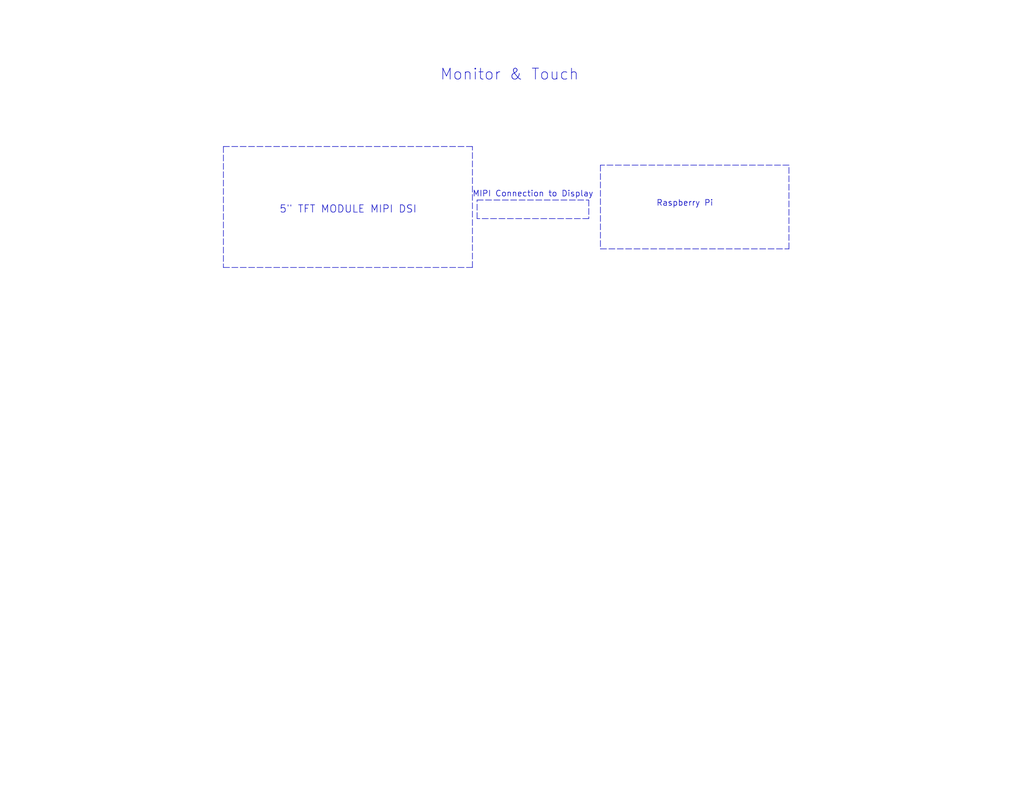
<source format=kicad_sch>
(kicad_sch (version 20211123) (generator eeschema)

  (uuid 49bcdca0-1ffa-4d10-a7ca-7aafbc696a8b)

  (paper "A")

  (title_block
    (title "Monitor & Touchscreen")
    (date "2022-07-28")
    (rev "10")
    (company "Mycroft AI")
    (comment 1 "SJ-201")
  )

  (lib_symbols
  )


  (polyline (pts (xy 130.175 59.69) (xy 130.175 54.61))
    (stroke (width 0) (type default) (color 0 0 0 0))
    (uuid 03bee0d6-08fc-4c3f-9a43-28c61fddebff)
  )
  (polyline (pts (xy 60.96 73.025) (xy 128.905 73.025))
    (stroke (width 0) (type default) (color 0 0 0 0))
    (uuid 0f1690e5-180d-4c89-b303-3cb4aea6f4f3)
  )
  (polyline (pts (xy 60.96 40.005) (xy 60.96 73.025))
    (stroke (width 0) (type default) (color 0 0 0 0))
    (uuid 12fb67a8-b508-401a-beaa-3132c4532a19)
  )
  (polyline (pts (xy 160.655 54.61) (xy 160.655 59.69))
    (stroke (width 0) (type default) (color 0 0 0 0))
    (uuid 13d48384-7362-4d7e-b67d-e4f6ee177d80)
  )
  (polyline (pts (xy 128.905 40.005) (xy 60.96 40.005))
    (stroke (width 0) (type default) (color 0 0 0 0))
    (uuid 2d9a6b58-6b0e-4bcd-a619-f86e181eb2a8)
  )
  (polyline (pts (xy 128.905 73.025) (xy 128.905 40.005))
    (stroke (width 0) (type default) (color 0 0 0 0))
    (uuid 37b6dc50-8363-4f9f-a412-64de19ad06b4)
  )
  (polyline (pts (xy 130.175 54.61) (xy 160.655 54.61))
    (stroke (width 0) (type default) (color 0 0 0 0))
    (uuid 6db324e5-6293-4fda-9d0d-fba8078bfb43)
  )
  (polyline (pts (xy 215.265 67.945) (xy 215.265 45.085))
    (stroke (width 0) (type default) (color 0 0 0 0))
    (uuid a3d9b4c2-4a25-43c4-b151-411df32fbd9b)
  )
  (polyline (pts (xy 163.83 45.085) (xy 163.83 67.945))
    (stroke (width 0) (type default) (color 0 0 0 0))
    (uuid eafb21d6-0bd4-45a7-9cfa-7006ef66f76e)
  )
  (polyline (pts (xy 163.83 67.945) (xy 215.265 67.945))
    (stroke (width 0) (type default) (color 0 0 0 0))
    (uuid ec728256-e750-4c91-b2a0-16b45a38a1ea)
  )
  (polyline (pts (xy 215.265 45.085) (xy 163.83 45.085))
    (stroke (width 0) (type default) (color 0 0 0 0))
    (uuid fc63fd4d-a25e-4bdd-bfeb-215d916f111d)
  )
  (polyline (pts (xy 160.655 59.69) (xy 130.175 59.69))
    (stroke (width 0) (type default) (color 0 0 0 0))
    (uuid ffee9e64-634f-4a0b-a47e-d96588bcd691)
  )

  (text "Monitor & Touch" (at 120.015 22.225 0)
    (effects (font (size 2.9972 2.9972)) (justify left bottom))
    (uuid 68dabebd-360d-4d9a-a370-75812453aa69)
  )
  (text "Raspberry Pi" (at 179.07 56.515 0)
    (effects (font (size 1.6002 1.6002)) (justify left bottom))
    (uuid 92e4926a-6c1a-41ac-a59f-a83701732c01)
  )
  (text "MIPI Connection to Display" (at 128.905 53.975 0)
    (effects (font (size 1.6002 1.6002)) (justify left bottom))
    (uuid b3239689-7e65-4805-91ea-7f4c4c471668)
  )
  (text "5\" TFT MODULE MIPI DSI" (at 76.2 58.42 0)
    (effects (font (size 2.0066 2.0066)) (justify left bottom))
    (uuid ed380997-5f22-4fe9-82eb-28f2a4e75b53)
  )
)

</source>
